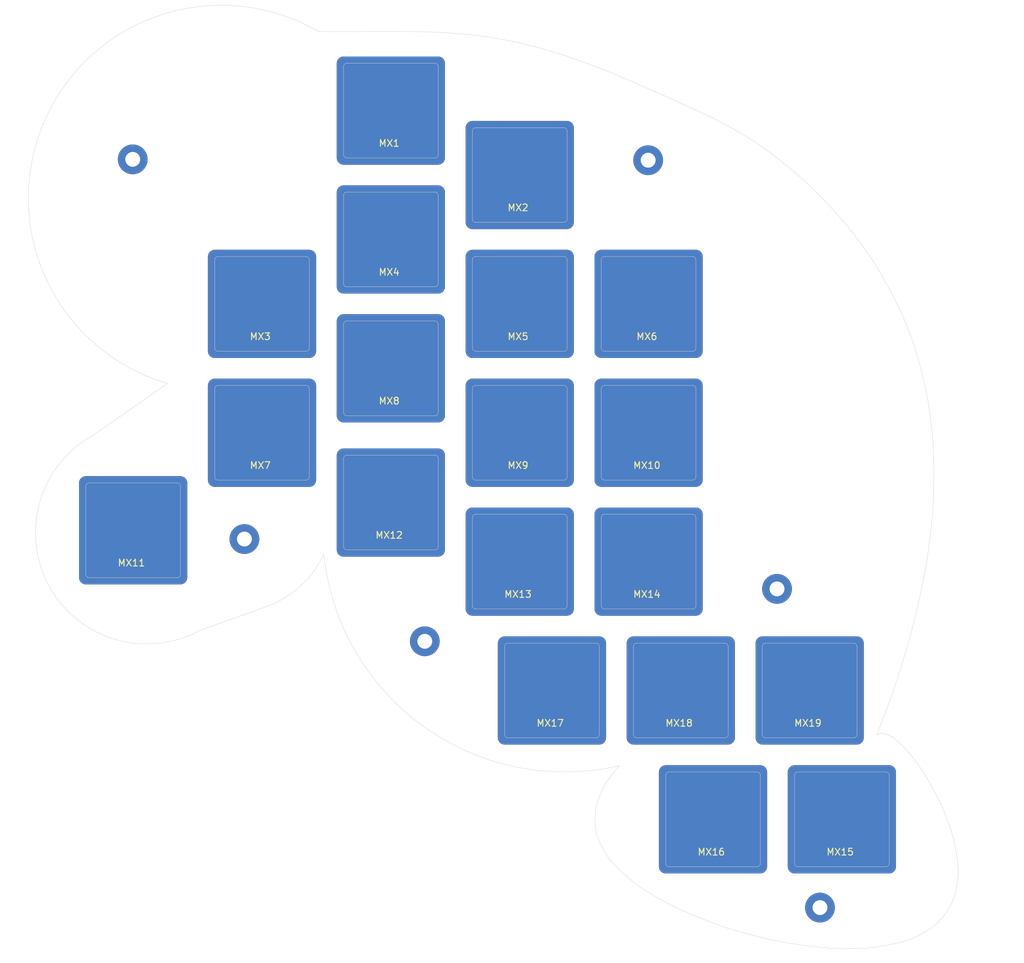
<source format=kicad_pcb>
(kicad_pcb (version 20171130) (host pcbnew "(5.1.4-0)")

  (general
    (thickness 1.6)
    (drawings 141)
    (tracks 0)
    (zones 0)
    (modules 25)
    (nets 7)
  )

  (page A4)
  (layers
    (0 F.Cu signal)
    (31 B.Cu signal)
    (32 B.Adhes user)
    (33 F.Adhes user)
    (34 B.Paste user)
    (35 F.Paste user)
    (36 B.SilkS user)
    (37 F.SilkS user)
    (38 B.Mask user)
    (39 F.Mask user)
    (40 Dwgs.User user)
    (41 Cmts.User user)
    (42 Eco1.User user)
    (43 Eco2.User user)
    (44 Edge.Cuts user)
    (45 Margin user)
    (46 B.CrtYd user)
    (47 F.CrtYd user)
    (48 B.Fab user)
    (49 F.Fab user)
  )

  (setup
    (last_trace_width 0.25)
    (trace_clearance 0.2)
    (zone_clearance 0.508)
    (zone_45_only no)
    (trace_min 0.2)
    (via_size 0.8)
    (via_drill 0.4)
    (via_min_size 0.4)
    (via_min_drill 0.3)
    (uvia_size 0.3)
    (uvia_drill 0.1)
    (uvias_allowed no)
    (uvia_min_size 0.2)
    (uvia_min_drill 0.1)
    (edge_width 0.05)
    (segment_width 0.2)
    (pcb_text_width 0.3)
    (pcb_text_size 1.5 1.5)
    (mod_edge_width 0.12)
    (mod_text_size 1 1)
    (mod_text_width 0.15)
    (pad_size 1.524 1.524)
    (pad_drill 0.762)
    (pad_to_mask_clearance 0.051)
    (solder_mask_min_width 0.25)
    (aux_axis_origin 0 0)
    (visible_elements FFFFFF7F)
    (pcbplotparams
      (layerselection 0x010f0_ffffffff)
      (usegerberextensions true)
      (usegerberattributes false)
      (usegerberadvancedattributes false)
      (creategerberjobfile false)
      (excludeedgelayer true)
      (linewidth 0.100000)
      (plotframeref false)
      (viasonmask false)
      (mode 1)
      (useauxorigin false)
      (hpglpennumber 1)
      (hpglpenspeed 20)
      (hpglpendiameter 15.000000)
      (psnegative false)
      (psa4output false)
      (plotreference true)
      (plotvalue true)
      (plotinvisibletext false)
      (padsonsilk false)
      (subtractmaskfromsilk true)
      (outputformat 1)
      (mirror false)
      (drillshape 0)
      (scaleselection 1)
      (outputdirectory "switch_plate_gerbers/"))
  )

  (net 0 "")
  (net 1 GND)
  (net 2 COL0)
  (net 3 COL1)
  (net 4 COL2)
  (net 5 COL3)
  (net 6 COL4)

  (net_class Default "This is the default net class."
    (clearance 0.2)
    (trace_width 0.25)
    (via_dia 0.8)
    (via_drill 0.4)
    (uvia_dia 0.3)
    (uvia_drill 0.1)
    (add_net COL0)
    (add_net COL1)
    (add_net COL2)
    (add_net COL3)
    (add_net COL4)
  )

  (module Keybage_MX_Cutout:MX_Cutout_1u (layer F.Cu) (tedit 5F0566A3) (tstamp 6020B72B)
    (at 108.585 113.44275)
    (path /6029AC78)
    (fp_text reference MX18 (at -0.254 4.826) (layer F.SilkS)
      (effects (font (size 1 1) (thickness 0.15)))
    )
    (fp_text value MX-NoLED (at -0.254 -8.128) (layer F.Fab)
      (effects (font (size 1 1) (thickness 0.15)))
    )
    (fp_text user REF** (at 0 3.048) (layer Dwgs.User)
      (effects (font (size 1 1) (thickness 0.15)))
    )
    (fp_line (start 9.525 -9.525) (end 9.525 9.525) (layer Dwgs.User) (width 0.15))
    (fp_line (start 9.525 9.525) (end -9.525 9.525) (layer Dwgs.User) (width 0.15))
    (fp_line (start -9.525 9.525) (end -9.525 -9.525) (layer Dwgs.User) (width 0.15))
    (fp_line (start -9.525 -9.525) (end 9.525 -9.525) (layer Dwgs.User) (width 0.15))
    (fp_line (start 6.5 -7) (end -6.5 -7) (layer Edge.Cuts) (width 0.05))
    (fp_line (start -7 -6.5) (end -7 6.5) (layer Edge.Cuts) (width 0.05))
    (fp_line (start -6.5 7) (end 6.5 7) (layer Edge.Cuts) (width 0.05))
    (fp_line (start 7 6.5) (end 7 -6.5) (layer Edge.Cuts) (width 0.05))
    (fp_arc (start 6.5 -6.5) (end 7 -6.5) (angle -90) (layer Edge.Cuts) (width 0.05))
    (fp_arc (start -6.5 -6.5) (end -6.5 -7) (angle -90) (layer Edge.Cuts) (width 0.05))
    (fp_arc (start -6.5 6.5) (end -7 6.5) (angle -90) (layer Edge.Cuts) (width 0.05))
    (fp_arc (start 6.5 6.5) (end 6.5 7) (angle -90) (layer Edge.Cuts) (width 0.05))
    (pad 1 smd roundrect (at 0 0 180) (size 16 16) (layers F.Cu F.Mask) (roundrect_rratio 0.063))
    (pad 1 smd roundrect (at 0 0 180) (size 16 16) (layers B.Cu B.Mask) (roundrect_rratio 0.063))
  )

  (module Keybage_MX_Cutout:MX_Cutout_1u (layer F.Cu) (tedit 5F0566A3) (tstamp 601CE7FE)
    (at 127.635 113.44275)
    (path /6029D65F)
    (fp_text reference MX19 (at -0.254 4.826) (layer F.SilkS)
      (effects (font (size 1 1) (thickness 0.15)))
    )
    (fp_text value MX-NoLED (at -0.254 -8.128) (layer F.Fab)
      (effects (font (size 1 1) (thickness 0.15)))
    )
    (fp_arc (start 6.5 6.5) (end 6.5 7) (angle -90) (layer Edge.Cuts) (width 0.05))
    (fp_arc (start -6.5 6.5) (end -7 6.5) (angle -90) (layer Edge.Cuts) (width 0.05))
    (fp_arc (start -6.5 -6.5) (end -6.5 -7) (angle -90) (layer Edge.Cuts) (width 0.05))
    (fp_arc (start 6.5 -6.5) (end 7 -6.5) (angle -90) (layer Edge.Cuts) (width 0.05))
    (fp_line (start 7 6.5) (end 7 -6.5) (layer Edge.Cuts) (width 0.05))
    (fp_line (start -6.5 7) (end 6.5 7) (layer Edge.Cuts) (width 0.05))
    (fp_line (start -7 -6.5) (end -7 6.5) (layer Edge.Cuts) (width 0.05))
    (fp_line (start 6.5 -7) (end -6.5 -7) (layer Edge.Cuts) (width 0.05))
    (fp_line (start -9.525 -9.525) (end 9.525 -9.525) (layer Dwgs.User) (width 0.15))
    (fp_line (start -9.525 9.525) (end -9.525 -9.525) (layer Dwgs.User) (width 0.15))
    (fp_line (start 9.525 9.525) (end -9.525 9.525) (layer Dwgs.User) (width 0.15))
    (fp_line (start 9.525 -9.525) (end 9.525 9.525) (layer Dwgs.User) (width 0.15))
    (fp_text user REF** (at 0 3.048) (layer Dwgs.User)
      (effects (font (size 1 1) (thickness 0.15)))
    )
    (pad 1 smd roundrect (at 0 0 180) (size 16 16) (layers B.Cu B.Mask) (roundrect_rratio 0.063)
      (net 6 COL4))
    (pad 1 smd roundrect (at 0 0 180) (size 16 16) (layers F.Cu F.Mask) (roundrect_rratio 0.063)
      (net 6 COL4))
  )

  (module Keybage_MX_Cutout:MX_Cutout_1u (layer F.Cu) (tedit 5F0566A3) (tstamp 601CE7CC)
    (at 89.535 113.44275)
    (path /602986CA)
    (fp_text reference MX17 (at -0.254 4.826) (layer F.SilkS)
      (effects (font (size 1 1) (thickness 0.15)))
    )
    (fp_text value MX-NoLED (at -0.254 -8.128) (layer F.Fab)
      (effects (font (size 1 1) (thickness 0.15)))
    )
    (fp_arc (start 6.5 6.5) (end 6.5 7) (angle -90) (layer Edge.Cuts) (width 0.05))
    (fp_arc (start -6.5 6.5) (end -7 6.5) (angle -90) (layer Edge.Cuts) (width 0.05))
    (fp_arc (start -6.5 -6.5) (end -6.5 -7) (angle -90) (layer Edge.Cuts) (width 0.05))
    (fp_arc (start 6.5 -6.5) (end 7 -6.5) (angle -90) (layer Edge.Cuts) (width 0.05))
    (fp_line (start 7 6.5) (end 7 -6.5) (layer Edge.Cuts) (width 0.05))
    (fp_line (start -6.5 7) (end 6.5 7) (layer Edge.Cuts) (width 0.05))
    (fp_line (start -7 -6.5) (end -7 6.5) (layer Edge.Cuts) (width 0.05))
    (fp_line (start 6.5 -7) (end -6.5 -7) (layer Edge.Cuts) (width 0.05))
    (fp_line (start -9.525 -9.525) (end 9.525 -9.525) (layer Dwgs.User) (width 0.15))
    (fp_line (start -9.525 9.525) (end -9.525 -9.525) (layer Dwgs.User) (width 0.15))
    (fp_line (start 9.525 9.525) (end -9.525 9.525) (layer Dwgs.User) (width 0.15))
    (fp_line (start 9.525 -9.525) (end 9.525 9.525) (layer Dwgs.User) (width 0.15))
    (fp_text user REF** (at 0 3.048) (layer Dwgs.User)
      (effects (font (size 1 1) (thickness 0.15)))
    )
    (pad 1 smd roundrect (at 0 0 180) (size 16 16) (layers B.Cu B.Mask) (roundrect_rratio 0.063)
      (net 4 COL2))
    (pad 1 smd roundrect (at 0 0 180) (size 16 16) (layers F.Cu F.Mask) (roundrect_rratio 0.063)
      (net 4 COL2))
  )

  (module Keybage_MX_Cutout:MX_Cutout_1u (layer F.Cu) (tedit 5F0566A3) (tstamp 601CE7B3)
    (at 113.3475 132.49275)
    (path /602958F6)
    (fp_text reference MX16 (at -0.254 4.826) (layer F.SilkS)
      (effects (font (size 1 1) (thickness 0.15)))
    )
    (fp_text value MX-NoLED (at -0.254 -8.128) (layer F.Fab)
      (effects (font (size 1 1) (thickness 0.15)))
    )
    (fp_arc (start 6.5 6.5) (end 6.5 7) (angle -90) (layer Edge.Cuts) (width 0.05))
    (fp_arc (start -6.5 6.5) (end -7 6.5) (angle -90) (layer Edge.Cuts) (width 0.05))
    (fp_arc (start -6.5 -6.5) (end -6.5 -7) (angle -90) (layer Edge.Cuts) (width 0.05))
    (fp_arc (start 6.5 -6.5) (end 7 -6.5) (angle -90) (layer Edge.Cuts) (width 0.05))
    (fp_line (start 7 6.5) (end 7 -6.5) (layer Edge.Cuts) (width 0.05))
    (fp_line (start -6.5 7) (end 6.5 7) (layer Edge.Cuts) (width 0.05))
    (fp_line (start -7 -6.5) (end -7 6.5) (layer Edge.Cuts) (width 0.05))
    (fp_line (start 6.5 -7) (end -6.5 -7) (layer Edge.Cuts) (width 0.05))
    (fp_line (start -9.525 -9.525) (end 9.525 -9.525) (layer Dwgs.User) (width 0.15))
    (fp_line (start -9.525 9.525) (end -9.525 -9.525) (layer Dwgs.User) (width 0.15))
    (fp_line (start 9.525 9.525) (end -9.525 9.525) (layer Dwgs.User) (width 0.15))
    (fp_line (start 9.525 -9.525) (end 9.525 9.525) (layer Dwgs.User) (width 0.15))
    (fp_text user REF** (at 0 3.048) (layer Dwgs.User)
      (effects (font (size 1 1) (thickness 0.15)))
    )
    (pad 1 smd roundrect (at 0 0 180) (size 16 16) (layers B.Cu B.Mask) (roundrect_rratio 0.063)
      (net 3 COL1))
    (pad 1 smd roundrect (at 0 0 180) (size 16 16) (layers F.Cu F.Mask) (roundrect_rratio 0.063)
      (net 3 COL1))
  )

  (module Keybage_MX_Cutout:MX_Cutout_1u (layer F.Cu) (tedit 5F0566A3) (tstamp 601CE79A)
    (at 132.3975 132.49275)
    (path /6027434C)
    (fp_text reference MX15 (at -0.254 4.826) (layer F.SilkS)
      (effects (font (size 1 1) (thickness 0.15)))
    )
    (fp_text value MX-NoLED (at -0.254 -8.128) (layer F.Fab)
      (effects (font (size 1 1) (thickness 0.15)))
    )
    (fp_arc (start 6.5 6.5) (end 6.5 7) (angle -90) (layer Edge.Cuts) (width 0.05))
    (fp_arc (start -6.5 6.5) (end -7 6.5) (angle -90) (layer Edge.Cuts) (width 0.05))
    (fp_arc (start -6.5 -6.5) (end -6.5 -7) (angle -90) (layer Edge.Cuts) (width 0.05))
    (fp_arc (start 6.5 -6.5) (end 7 -6.5) (angle -90) (layer Edge.Cuts) (width 0.05))
    (fp_line (start 7 6.5) (end 7 -6.5) (layer Edge.Cuts) (width 0.05))
    (fp_line (start -6.5 7) (end 6.5 7) (layer Edge.Cuts) (width 0.05))
    (fp_line (start -7 -6.5) (end -7 6.5) (layer Edge.Cuts) (width 0.05))
    (fp_line (start 6.5 -7) (end -6.5 -7) (layer Edge.Cuts) (width 0.05))
    (fp_line (start -9.525 -9.525) (end 9.525 -9.525) (layer Dwgs.User) (width 0.15))
    (fp_line (start -9.525 9.525) (end -9.525 -9.525) (layer Dwgs.User) (width 0.15))
    (fp_line (start 9.525 9.525) (end -9.525 9.525) (layer Dwgs.User) (width 0.15))
    (fp_line (start 9.525 -9.525) (end 9.525 9.525) (layer Dwgs.User) (width 0.15))
    (fp_text user REF** (at 0 3.048) (layer Dwgs.User)
      (effects (font (size 1 1) (thickness 0.15)))
    )
    (pad 1 smd roundrect (at 0 0 180) (size 16 16) (layers B.Cu B.Mask) (roundrect_rratio 0.063)
      (net 2 COL0))
    (pad 1 smd roundrect (at 0 0 180) (size 16 16) (layers F.Cu F.Mask) (roundrect_rratio 0.063)
      (net 2 COL0))
  )

  (module Keybage_MX_Cutout:MX_Cutout_1u (layer F.Cu) (tedit 5F0566A3) (tstamp 601CE781)
    (at 103.8225 94.39275)
    (path /6026DBB5)
    (fp_text reference MX14 (at -0.254 4.826) (layer F.SilkS)
      (effects (font (size 1 1) (thickness 0.15)))
    )
    (fp_text value MX-NoLED (at -0.254 -8.128) (layer F.Fab)
      (effects (font (size 1 1) (thickness 0.15)))
    )
    (fp_arc (start 6.5 6.5) (end 6.5 7) (angle -90) (layer Edge.Cuts) (width 0.05))
    (fp_arc (start -6.5 6.5) (end -7 6.5) (angle -90) (layer Edge.Cuts) (width 0.05))
    (fp_arc (start -6.5 -6.5) (end -6.5 -7) (angle -90) (layer Edge.Cuts) (width 0.05))
    (fp_arc (start 6.5 -6.5) (end 7 -6.5) (angle -90) (layer Edge.Cuts) (width 0.05))
    (fp_line (start 7 6.5) (end 7 -6.5) (layer Edge.Cuts) (width 0.05))
    (fp_line (start -6.5 7) (end 6.5 7) (layer Edge.Cuts) (width 0.05))
    (fp_line (start -7 -6.5) (end -7 6.5) (layer Edge.Cuts) (width 0.05))
    (fp_line (start 6.5 -7) (end -6.5 -7) (layer Edge.Cuts) (width 0.05))
    (fp_line (start -9.525 -9.525) (end 9.525 -9.525) (layer Dwgs.User) (width 0.15))
    (fp_line (start -9.525 9.525) (end -9.525 -9.525) (layer Dwgs.User) (width 0.15))
    (fp_line (start 9.525 9.525) (end -9.525 9.525) (layer Dwgs.User) (width 0.15))
    (fp_line (start 9.525 -9.525) (end 9.525 9.525) (layer Dwgs.User) (width 0.15))
    (fp_text user REF** (at 0 3.048) (layer Dwgs.User)
      (effects (font (size 1 1) (thickness 0.15)))
    )
    (pad 1 smd roundrect (at 0 0 180) (size 16 16) (layers B.Cu B.Mask) (roundrect_rratio 0.063)
      (net 6 COL4))
    (pad 1 smd roundrect (at 0 0 180) (size 16 16) (layers F.Cu F.Mask) (roundrect_rratio 0.063)
      (net 6 COL4))
  )

  (module Keybage_MX_Cutout:MX_Cutout_1u (layer F.Cu) (tedit 5F0566A3) (tstamp 601CE768)
    (at 84.7725 94.39275)
    (path /6026BDFD)
    (fp_text reference MX13 (at -0.254 4.826) (layer F.SilkS)
      (effects (font (size 1 1) (thickness 0.15)))
    )
    (fp_text value MX-NoLED (at -0.254 -8.128) (layer F.Fab)
      (effects (font (size 1 1) (thickness 0.15)))
    )
    (fp_arc (start 6.5 6.5) (end 6.5 7) (angle -90) (layer Edge.Cuts) (width 0.05))
    (fp_arc (start -6.5 6.5) (end -7 6.5) (angle -90) (layer Edge.Cuts) (width 0.05))
    (fp_arc (start -6.5 -6.5) (end -6.5 -7) (angle -90) (layer Edge.Cuts) (width 0.05))
    (fp_arc (start 6.5 -6.5) (end 7 -6.5) (angle -90) (layer Edge.Cuts) (width 0.05))
    (fp_line (start 7 6.5) (end 7 -6.5) (layer Edge.Cuts) (width 0.05))
    (fp_line (start -6.5 7) (end 6.5 7) (layer Edge.Cuts) (width 0.05))
    (fp_line (start -7 -6.5) (end -7 6.5) (layer Edge.Cuts) (width 0.05))
    (fp_line (start 6.5 -7) (end -6.5 -7) (layer Edge.Cuts) (width 0.05))
    (fp_line (start -9.525 -9.525) (end 9.525 -9.525) (layer Dwgs.User) (width 0.15))
    (fp_line (start -9.525 9.525) (end -9.525 -9.525) (layer Dwgs.User) (width 0.15))
    (fp_line (start 9.525 9.525) (end -9.525 9.525) (layer Dwgs.User) (width 0.15))
    (fp_line (start 9.525 -9.525) (end 9.525 9.525) (layer Dwgs.User) (width 0.15))
    (fp_text user REF** (at 0 3.048) (layer Dwgs.User)
      (effects (font (size 1 1) (thickness 0.15)))
    )
    (pad 1 smd roundrect (at 0 0 180) (size 16 16) (layers B.Cu B.Mask) (roundrect_rratio 0.063)
      (net 5 COL3))
    (pad 1 smd roundrect (at 0 0 180) (size 16 16) (layers F.Cu F.Mask) (roundrect_rratio 0.063)
      (net 5 COL3))
  )

  (module Keybage_MX_Cutout:MX_Cutout_1u (layer F.Cu) (tedit 5F0566A3) (tstamp 601CE74F)
    (at 65.7225 85.6615)
    (path /6026A0FA)
    (fp_text reference MX12 (at -0.254 4.826) (layer F.SilkS)
      (effects (font (size 1 1) (thickness 0.15)))
    )
    (fp_text value MX-NoLED (at -0.254 -8.128) (layer F.Fab)
      (effects (font (size 1 1) (thickness 0.15)))
    )
    (fp_arc (start 6.5 6.5) (end 6.5 7) (angle -90) (layer Edge.Cuts) (width 0.05))
    (fp_arc (start -6.5 6.5) (end -7 6.5) (angle -90) (layer Edge.Cuts) (width 0.05))
    (fp_arc (start -6.5 -6.5) (end -6.5 -7) (angle -90) (layer Edge.Cuts) (width 0.05))
    (fp_arc (start 6.5 -6.5) (end 7 -6.5) (angle -90) (layer Edge.Cuts) (width 0.05))
    (fp_line (start 7 6.5) (end 7 -6.5) (layer Edge.Cuts) (width 0.05))
    (fp_line (start -6.5 7) (end 6.5 7) (layer Edge.Cuts) (width 0.05))
    (fp_line (start -7 -6.5) (end -7 6.5) (layer Edge.Cuts) (width 0.05))
    (fp_line (start 6.5 -7) (end -6.5 -7) (layer Edge.Cuts) (width 0.05))
    (fp_line (start -9.525 -9.525) (end 9.525 -9.525) (layer Dwgs.User) (width 0.15))
    (fp_line (start -9.525 9.525) (end -9.525 -9.525) (layer Dwgs.User) (width 0.15))
    (fp_line (start 9.525 9.525) (end -9.525 9.525) (layer Dwgs.User) (width 0.15))
    (fp_line (start 9.525 -9.525) (end 9.525 9.525) (layer Dwgs.User) (width 0.15))
    (fp_text user REF** (at 0 3.048) (layer Dwgs.User)
      (effects (font (size 1 1) (thickness 0.15)))
    )
    (pad 1 smd roundrect (at 0 0 180) (size 16 16) (layers B.Cu B.Mask) (roundrect_rratio 0.063)
      (net 4 COL2))
    (pad 1 smd roundrect (at 0 0 180) (size 16 16) (layers F.Cu F.Mask) (roundrect_rratio 0.063)
      (net 4 COL2))
  )

  (module Keybage_MX_Cutout:MX_Cutout_1u (layer F.Cu) (tedit 5F0566A3) (tstamp 601CE736)
    (at 27.6225 89.75725)
    (path /60261E43)
    (fp_text reference MX11 (at -0.254 4.826) (layer F.SilkS)
      (effects (font (size 1 1) (thickness 0.15)))
    )
    (fp_text value MX-NoLED (at -0.254 -8.128) (layer F.Fab)
      (effects (font (size 1 1) (thickness 0.15)))
    )
    (fp_arc (start 6.5 6.5) (end 6.5 7) (angle -90) (layer Edge.Cuts) (width 0.05))
    (fp_arc (start -6.5 6.5) (end -7 6.5) (angle -90) (layer Edge.Cuts) (width 0.05))
    (fp_arc (start -6.5 -6.5) (end -6.5 -7) (angle -90) (layer Edge.Cuts) (width 0.05))
    (fp_arc (start 6.5 -6.5) (end 7 -6.5) (angle -90) (layer Edge.Cuts) (width 0.05))
    (fp_line (start 7 6.5) (end 7 -6.5) (layer Edge.Cuts) (width 0.05))
    (fp_line (start -6.5 7) (end 6.5 7) (layer Edge.Cuts) (width 0.05))
    (fp_line (start -7 -6.5) (end -7 6.5) (layer Edge.Cuts) (width 0.05))
    (fp_line (start 6.5 -7) (end -6.5 -7) (layer Edge.Cuts) (width 0.05))
    (fp_line (start -9.525 -9.525) (end 9.525 -9.525) (layer Dwgs.User) (width 0.15))
    (fp_line (start -9.525 9.525) (end -9.525 -9.525) (layer Dwgs.User) (width 0.15))
    (fp_line (start 9.525 9.525) (end -9.525 9.525) (layer Dwgs.User) (width 0.15))
    (fp_line (start 9.525 -9.525) (end 9.525 9.525) (layer Dwgs.User) (width 0.15))
    (fp_text user REF** (at 0 3.048) (layer Dwgs.User)
      (effects (font (size 1 1) (thickness 0.15)))
    )
    (pad 1 smd roundrect (at 0 0 180) (size 16 16) (layers B.Cu B.Mask) (roundrect_rratio 0.063)
      (net 2 COL0))
    (pad 1 smd roundrect (at 0 0 180) (size 16 16) (layers F.Cu F.Mask) (roundrect_rratio 0.063)
      (net 2 COL0))
  )

  (module Keybage_MX_Cutout:MX_Cutout_1u (layer F.Cu) (tedit 5F0566A3) (tstamp 601CE71D)
    (at 103.8225 75.34275)
    (path /6025FB32)
    (fp_text reference MX10 (at -0.254 4.826) (layer F.SilkS)
      (effects (font (size 1 1) (thickness 0.15)))
    )
    (fp_text value MX-NoLED (at -0.254 -8.128) (layer F.Fab)
      (effects (font (size 1 1) (thickness 0.15)))
    )
    (fp_arc (start 6.5 6.5) (end 6.5 7) (angle -90) (layer Edge.Cuts) (width 0.05))
    (fp_arc (start -6.5 6.5) (end -7 6.5) (angle -90) (layer Edge.Cuts) (width 0.05))
    (fp_arc (start -6.5 -6.5) (end -6.5 -7) (angle -90) (layer Edge.Cuts) (width 0.05))
    (fp_arc (start 6.5 -6.5) (end 7 -6.5) (angle -90) (layer Edge.Cuts) (width 0.05))
    (fp_line (start 7 6.5) (end 7 -6.5) (layer Edge.Cuts) (width 0.05))
    (fp_line (start -6.5 7) (end 6.5 7) (layer Edge.Cuts) (width 0.05))
    (fp_line (start -7 -6.5) (end -7 6.5) (layer Edge.Cuts) (width 0.05))
    (fp_line (start 6.5 -7) (end -6.5 -7) (layer Edge.Cuts) (width 0.05))
    (fp_line (start -9.525 -9.525) (end 9.525 -9.525) (layer Dwgs.User) (width 0.15))
    (fp_line (start -9.525 9.525) (end -9.525 -9.525) (layer Dwgs.User) (width 0.15))
    (fp_line (start 9.525 9.525) (end -9.525 9.525) (layer Dwgs.User) (width 0.15))
    (fp_line (start 9.525 -9.525) (end 9.525 9.525) (layer Dwgs.User) (width 0.15))
    (fp_text user REF** (at 0 3.048) (layer Dwgs.User)
      (effects (font (size 1 1) (thickness 0.15)))
    )
    (pad 1 smd roundrect (at 0 0 180) (size 16 16) (layers B.Cu B.Mask) (roundrect_rratio 0.063)
      (net 6 COL4))
    (pad 1 smd roundrect (at 0 0 180) (size 16 16) (layers F.Cu F.Mask) (roundrect_rratio 0.063)
      (net 6 COL4))
  )

  (module Keybage_MX_Cutout:MX_Cutout_1u (layer F.Cu) (tedit 5F0566A3) (tstamp 601FAB52)
    (at 84.7725 75.34275)
    (path /6025DBD4)
    (fp_text reference MX9 (at -0.254 4.826) (layer F.SilkS)
      (effects (font (size 1 1) (thickness 0.15)))
    )
    (fp_text value MX-NoLED (at -0.254 -8.128) (layer F.Fab)
      (effects (font (size 1 1) (thickness 0.15)))
    )
    (fp_arc (start 6.5 6.5) (end 6.5 7) (angle -90) (layer Edge.Cuts) (width 0.05))
    (fp_arc (start -6.5 6.5) (end -7 6.5) (angle -90) (layer Edge.Cuts) (width 0.05))
    (fp_arc (start -6.5 -6.5) (end -6.5 -7) (angle -90) (layer Edge.Cuts) (width 0.05))
    (fp_arc (start 6.5 -6.5) (end 7 -6.5) (angle -90) (layer Edge.Cuts) (width 0.05))
    (fp_line (start 7 6.5) (end 7 -6.5) (layer Edge.Cuts) (width 0.05))
    (fp_line (start -6.5 7) (end 6.5 7) (layer Edge.Cuts) (width 0.05))
    (fp_line (start -7 -6.5) (end -7 6.5) (layer Edge.Cuts) (width 0.05))
    (fp_line (start 6.5 -7) (end -6.5 -7) (layer Edge.Cuts) (width 0.05))
    (fp_line (start -9.525 -9.525) (end 9.525 -9.525) (layer Dwgs.User) (width 0.15))
    (fp_line (start -9.525 9.525) (end -9.525 -9.525) (layer Dwgs.User) (width 0.15))
    (fp_line (start 9.525 9.525) (end -9.525 9.525) (layer Dwgs.User) (width 0.15))
    (fp_line (start 9.525 -9.525) (end 9.525 9.525) (layer Dwgs.User) (width 0.15))
    (fp_text user REF** (at 0 3.048) (layer Dwgs.User)
      (effects (font (size 1 1) (thickness 0.15)))
    )
    (pad 1 smd roundrect (at 0 0 180) (size 16 16) (layers B.Cu B.Mask) (roundrect_rratio 0.063)
      (net 5 COL3))
    (pad 1 smd roundrect (at 0 0 180) (size 16 16) (layers F.Cu F.Mask) (roundrect_rratio 0.063)
      (net 5 COL3))
  )

  (module Keybage_MX_Cutout:MX_Cutout_1u (layer F.Cu) (tedit 5F0566A3) (tstamp 601FB59F)
    (at 65.7225 65.81775)
    (path /6025BD7E)
    (fp_text reference MX8 (at -0.254 4.826) (layer F.SilkS)
      (effects (font (size 1 1) (thickness 0.15)))
    )
    (fp_text value MX-NoLED (at -0.254 -8.128) (layer F.Fab)
      (effects (font (size 1 1) (thickness 0.15)))
    )
    (fp_arc (start 6.5 6.5) (end 6.5 7) (angle -90) (layer Edge.Cuts) (width 0.05))
    (fp_arc (start -6.5 6.5) (end -7 6.5) (angle -90) (layer Edge.Cuts) (width 0.05))
    (fp_arc (start -6.5 -6.5) (end -6.5 -7) (angle -90) (layer Edge.Cuts) (width 0.05))
    (fp_arc (start 6.5 -6.5) (end 7 -6.5) (angle -90) (layer Edge.Cuts) (width 0.05))
    (fp_line (start 7 6.5) (end 7 -6.5) (layer Edge.Cuts) (width 0.05))
    (fp_line (start -6.5 7) (end 6.5 7) (layer Edge.Cuts) (width 0.05))
    (fp_line (start -7 -6.5) (end -7 6.5) (layer Edge.Cuts) (width 0.05))
    (fp_line (start 6.5 -7) (end -6.5 -7) (layer Edge.Cuts) (width 0.05))
    (fp_line (start -9.525 -9.525) (end 9.525 -9.525) (layer Dwgs.User) (width 0.15))
    (fp_line (start -9.525 9.525) (end -9.525 -9.525) (layer Dwgs.User) (width 0.15))
    (fp_line (start 9.525 9.525) (end -9.525 9.525) (layer Dwgs.User) (width 0.15))
    (fp_line (start 9.525 -9.525) (end 9.525 9.525) (layer Dwgs.User) (width 0.15))
    (fp_text user REF** (at 0 3.048) (layer Dwgs.User)
      (effects (font (size 1 1) (thickness 0.15)))
    )
    (pad 1 smd roundrect (at 0 0 180) (size 16 16) (layers B.Cu B.Mask) (roundrect_rratio 0.063)
      (net 4 COL2))
    (pad 1 smd roundrect (at 0 0 180) (size 16 16) (layers F.Cu F.Mask) (roundrect_rratio 0.063)
      (net 4 COL2))
  )

  (module Keybage_MX_Cutout:MX_Cutout_1u (layer F.Cu) (tedit 5F0566A3) (tstamp 601CE6D2)
    (at 46.6725 75.34275)
    (path /6025A254)
    (fp_text reference MX7 (at -0.254 4.826) (layer F.SilkS)
      (effects (font (size 1 1) (thickness 0.15)))
    )
    (fp_text value MX-NoLED (at -0.254 -8.128) (layer F.Fab)
      (effects (font (size 1 1) (thickness 0.15)))
    )
    (fp_arc (start 6.5 6.5) (end 6.5 7) (angle -90) (layer Edge.Cuts) (width 0.05))
    (fp_arc (start -6.5 6.5) (end -7 6.5) (angle -90) (layer Edge.Cuts) (width 0.05))
    (fp_arc (start -6.5 -6.5) (end -6.5 -7) (angle -90) (layer Edge.Cuts) (width 0.05))
    (fp_arc (start 6.5 -6.5) (end 7 -6.5) (angle -90) (layer Edge.Cuts) (width 0.05))
    (fp_line (start 7 6.5) (end 7 -6.5) (layer Edge.Cuts) (width 0.05))
    (fp_line (start -6.5 7) (end 6.5 7) (layer Edge.Cuts) (width 0.05))
    (fp_line (start -7 -6.5) (end -7 6.5) (layer Edge.Cuts) (width 0.05))
    (fp_line (start 6.5 -7) (end -6.5 -7) (layer Edge.Cuts) (width 0.05))
    (fp_line (start -9.525 -9.525) (end 9.525 -9.525) (layer Dwgs.User) (width 0.15))
    (fp_line (start -9.525 9.525) (end -9.525 -9.525) (layer Dwgs.User) (width 0.15))
    (fp_line (start 9.525 9.525) (end -9.525 9.525) (layer Dwgs.User) (width 0.15))
    (fp_line (start 9.525 -9.525) (end 9.525 9.525) (layer Dwgs.User) (width 0.15))
    (fp_text user REF** (at 0 3.048) (layer Dwgs.User)
      (effects (font (size 1 1) (thickness 0.15)))
    )
    (pad 1 smd roundrect (at 0 0 180) (size 16 16) (layers B.Cu B.Mask) (roundrect_rratio 0.063)
      (net 3 COL1))
    (pad 1 smd roundrect (at 0 0 180) (size 16 16) (layers F.Cu F.Mask) (roundrect_rratio 0.063)
      (net 3 COL1))
  )

  (module Keybage_MX_Cutout:MX_Cutout_1u (layer F.Cu) (tedit 5F0566A3) (tstamp 601CE6B9)
    (at 103.8225 56.29275)
    (path /6024A250)
    (fp_text reference MX6 (at -0.254 4.826) (layer F.SilkS)
      (effects (font (size 1 1) (thickness 0.15)))
    )
    (fp_text value MX-NoLED (at -0.254 -8.128) (layer F.Fab)
      (effects (font (size 1 1) (thickness 0.15)))
    )
    (fp_arc (start 6.5 6.5) (end 6.5 7) (angle -90) (layer Edge.Cuts) (width 0.05))
    (fp_arc (start -6.5 6.5) (end -7 6.5) (angle -90) (layer Edge.Cuts) (width 0.05))
    (fp_arc (start -6.5 -6.5) (end -6.5 -7) (angle -90) (layer Edge.Cuts) (width 0.05))
    (fp_arc (start 6.5 -6.5) (end 7 -6.5) (angle -90) (layer Edge.Cuts) (width 0.05))
    (fp_line (start 7 6.5) (end 7 -6.5) (layer Edge.Cuts) (width 0.05))
    (fp_line (start -6.5 7) (end 6.5 7) (layer Edge.Cuts) (width 0.05))
    (fp_line (start -7 -6.5) (end -7 6.5) (layer Edge.Cuts) (width 0.05))
    (fp_line (start 6.5 -7) (end -6.5 -7) (layer Edge.Cuts) (width 0.05))
    (fp_line (start -9.525 -9.525) (end 9.525 -9.525) (layer Dwgs.User) (width 0.15))
    (fp_line (start -9.525 9.525) (end -9.525 -9.525) (layer Dwgs.User) (width 0.15))
    (fp_line (start 9.525 9.525) (end -9.525 9.525) (layer Dwgs.User) (width 0.15))
    (fp_line (start 9.525 -9.525) (end 9.525 9.525) (layer Dwgs.User) (width 0.15))
    (fp_text user REF** (at 0 3.048) (layer Dwgs.User)
      (effects (font (size 1 1) (thickness 0.15)))
    )
    (pad 1 smd roundrect (at 0 0 180) (size 16 16) (layers B.Cu B.Mask) (roundrect_rratio 0.063)
      (net 6 COL4))
    (pad 1 smd roundrect (at 0 0 180) (size 16 16) (layers F.Cu F.Mask) (roundrect_rratio 0.063)
      (net 6 COL4))
  )

  (module Keybage_MX_Cutout:MX_Cutout_1u (layer F.Cu) (tedit 5F0566A3) (tstamp 601CE6A0)
    (at 84.7725 56.29275)
    (path /60248C54)
    (fp_text reference MX5 (at -0.254 4.826) (layer F.SilkS)
      (effects (font (size 1 1) (thickness 0.15)))
    )
    (fp_text value MX-NoLED (at -0.254 -8.128) (layer F.Fab)
      (effects (font (size 1 1) (thickness 0.15)))
    )
    (fp_arc (start 6.5 6.5) (end 6.5 7) (angle -90) (layer Edge.Cuts) (width 0.05))
    (fp_arc (start -6.5 6.5) (end -7 6.5) (angle -90) (layer Edge.Cuts) (width 0.05))
    (fp_arc (start -6.5 -6.5) (end -6.5 -7) (angle -90) (layer Edge.Cuts) (width 0.05))
    (fp_arc (start 6.5 -6.5) (end 7 -6.5) (angle -90) (layer Edge.Cuts) (width 0.05))
    (fp_line (start 7 6.5) (end 7 -6.5) (layer Edge.Cuts) (width 0.05))
    (fp_line (start -6.5 7) (end 6.5 7) (layer Edge.Cuts) (width 0.05))
    (fp_line (start -7 -6.5) (end -7 6.5) (layer Edge.Cuts) (width 0.05))
    (fp_line (start 6.5 -7) (end -6.5 -7) (layer Edge.Cuts) (width 0.05))
    (fp_line (start -9.525 -9.525) (end 9.525 -9.525) (layer Dwgs.User) (width 0.15))
    (fp_line (start -9.525 9.525) (end -9.525 -9.525) (layer Dwgs.User) (width 0.15))
    (fp_line (start 9.525 9.525) (end -9.525 9.525) (layer Dwgs.User) (width 0.15))
    (fp_line (start 9.525 -9.525) (end 9.525 9.525) (layer Dwgs.User) (width 0.15))
    (fp_text user REF** (at 0 3.048) (layer Dwgs.User)
      (effects (font (size 1 1) (thickness 0.15)))
    )
    (pad 1 smd roundrect (at 0 0 180) (size 16 16) (layers B.Cu B.Mask) (roundrect_rratio 0.063)
      (net 5 COL3))
    (pad 1 smd roundrect (at 0 0 180) (size 16 16) (layers F.Cu F.Mask) (roundrect_rratio 0.063)
      (net 5 COL3))
  )

  (module Keybage_MX_Cutout:MX_Cutout_1u (layer F.Cu) (tedit 5F0566A3) (tstamp 601CF00F)
    (at 65.7225 46.76775)
    (path /602477C7)
    (fp_text reference MX4 (at -0.254 4.826) (layer F.SilkS)
      (effects (font (size 1 1) (thickness 0.15)))
    )
    (fp_text value MX-NoLED (at -0.254 -8.128) (layer F.Fab)
      (effects (font (size 1 1) (thickness 0.15)))
    )
    (fp_arc (start 6.5 6.5) (end 6.5 7) (angle -90) (layer Edge.Cuts) (width 0.05))
    (fp_arc (start -6.5 6.5) (end -7 6.5) (angle -90) (layer Edge.Cuts) (width 0.05))
    (fp_arc (start -6.5 -6.5) (end -6.5 -7) (angle -90) (layer Edge.Cuts) (width 0.05))
    (fp_arc (start 6.5 -6.5) (end 7 -6.5) (angle -90) (layer Edge.Cuts) (width 0.05))
    (fp_line (start 7 6.5) (end 7 -6.5) (layer Edge.Cuts) (width 0.05))
    (fp_line (start -6.5 7) (end 6.5 7) (layer Edge.Cuts) (width 0.05))
    (fp_line (start -7 -6.5) (end -7 6.5) (layer Edge.Cuts) (width 0.05))
    (fp_line (start 6.5 -7) (end -6.5 -7) (layer Edge.Cuts) (width 0.05))
    (fp_line (start -9.525 -9.525) (end 9.525 -9.525) (layer Dwgs.User) (width 0.15))
    (fp_line (start -9.525 9.525) (end -9.525 -9.525) (layer Dwgs.User) (width 0.15))
    (fp_line (start 9.525 9.525) (end -9.525 9.525) (layer Dwgs.User) (width 0.15))
    (fp_line (start 9.525 -9.525) (end 9.525 9.525) (layer Dwgs.User) (width 0.15))
    (fp_text user REF** (at 0 3.048) (layer Dwgs.User)
      (effects (font (size 1 1) (thickness 0.15)))
    )
    (pad 1 smd roundrect (at 0 0 180) (size 16 16) (layers B.Cu B.Mask) (roundrect_rratio 0.063)
      (net 4 COL2))
    (pad 1 smd roundrect (at 0 0 180) (size 16 16) (layers F.Cu F.Mask) (roundrect_rratio 0.063)
      (net 4 COL2))
  )

  (module Keybage_MX_Cutout:MX_Cutout_1u (layer F.Cu) (tedit 5F0566A3) (tstamp 601CE66E)
    (at 46.6725 56.29275)
    (path /6024180E)
    (fp_text reference MX3 (at -0.254 4.826) (layer F.SilkS)
      (effects (font (size 1 1) (thickness 0.15)))
    )
    (fp_text value MX-NoLED (at -0.254 -8.128) (layer F.Fab)
      (effects (font (size 1 1) (thickness 0.15)))
    )
    (fp_arc (start 6.5 6.5) (end 6.5 7) (angle -90) (layer Edge.Cuts) (width 0.05))
    (fp_arc (start -6.5 6.5) (end -7 6.5) (angle -90) (layer Edge.Cuts) (width 0.05))
    (fp_arc (start -6.5 -6.5) (end -6.5 -7) (angle -90) (layer Edge.Cuts) (width 0.05))
    (fp_arc (start 6.5 -6.5) (end 7 -6.5) (angle -90) (layer Edge.Cuts) (width 0.05))
    (fp_line (start 7 6.5) (end 7 -6.5) (layer Edge.Cuts) (width 0.05))
    (fp_line (start -6.5 7) (end 6.5 7) (layer Edge.Cuts) (width 0.05))
    (fp_line (start -7 -6.5) (end -7 6.5) (layer Edge.Cuts) (width 0.05))
    (fp_line (start 6.5 -7) (end -6.5 -7) (layer Edge.Cuts) (width 0.05))
    (fp_line (start -9.525 -9.525) (end 9.525 -9.525) (layer Dwgs.User) (width 0.15))
    (fp_line (start -9.525 9.525) (end -9.525 -9.525) (layer Dwgs.User) (width 0.15))
    (fp_line (start 9.525 9.525) (end -9.525 9.525) (layer Dwgs.User) (width 0.15))
    (fp_line (start 9.525 -9.525) (end 9.525 9.525) (layer Dwgs.User) (width 0.15))
    (fp_text user REF** (at 0 3.048) (layer Dwgs.User)
      (effects (font (size 1 1) (thickness 0.15)))
    )
    (pad 1 smd roundrect (at 0 0 180) (size 16 16) (layers B.Cu B.Mask) (roundrect_rratio 0.063)
      (net 3 COL1))
    (pad 1 smd roundrect (at 0 0 180) (size 16 16) (layers F.Cu F.Mask) (roundrect_rratio 0.063)
      (net 3 COL1))
  )

  (module Keybage_MX_Cutout:MX_Cutout_1u (layer F.Cu) (tedit 5F0566A3) (tstamp 601CE655)
    (at 84.7725 37.24275)
    (path /6023EA95)
    (fp_text reference MX2 (at -0.254 4.826) (layer F.SilkS)
      (effects (font (size 1 1) (thickness 0.15)))
    )
    (fp_text value MX-NoLED (at -0.254 -8.128) (layer F.Fab)
      (effects (font (size 1 1) (thickness 0.15)))
    )
    (fp_arc (start 6.5 6.5) (end 6.5 7) (angle -90) (layer Edge.Cuts) (width 0.05))
    (fp_arc (start -6.5 6.5) (end -7 6.5) (angle -90) (layer Edge.Cuts) (width 0.05))
    (fp_arc (start -6.5 -6.5) (end -6.5 -7) (angle -90) (layer Edge.Cuts) (width 0.05))
    (fp_arc (start 6.5 -6.5) (end 7 -6.5) (angle -90) (layer Edge.Cuts) (width 0.05))
    (fp_line (start 7 6.5) (end 7 -6.5) (layer Edge.Cuts) (width 0.05))
    (fp_line (start -6.5 7) (end 6.5 7) (layer Edge.Cuts) (width 0.05))
    (fp_line (start -7 -6.5) (end -7 6.5) (layer Edge.Cuts) (width 0.05))
    (fp_line (start 6.5 -7) (end -6.5 -7) (layer Edge.Cuts) (width 0.05))
    (fp_line (start -9.525 -9.525) (end 9.525 -9.525) (layer Dwgs.User) (width 0.15))
    (fp_line (start -9.525 9.525) (end -9.525 -9.525) (layer Dwgs.User) (width 0.15))
    (fp_line (start 9.525 9.525) (end -9.525 9.525) (layer Dwgs.User) (width 0.15))
    (fp_line (start 9.525 -9.525) (end 9.525 9.525) (layer Dwgs.User) (width 0.15))
    (fp_text user REF** (at 0 3.048) (layer Dwgs.User)
      (effects (font (size 1 1) (thickness 0.15)))
    )
    (pad 1 smd roundrect (at 0 0 180) (size 16 16) (layers B.Cu B.Mask) (roundrect_rratio 0.063)
      (net 5 COL3))
    (pad 1 smd roundrect (at 0 0 180) (size 16 16) (layers F.Cu F.Mask) (roundrect_rratio 0.063)
      (net 5 COL3))
  )

  (module Keybage_MX_Cutout:MX_Cutout_1u (layer F.Cu) (tedit 5F0566A3) (tstamp 601CEEF5)
    (at 65.7225 27.71775)
    (path /6023DA2E)
    (fp_text reference MX1 (at -0.254 4.826) (layer F.SilkS)
      (effects (font (size 1 1) (thickness 0.15)))
    )
    (fp_text value MX-NoLED (at -0.254 -8.128) (layer F.Fab)
      (effects (font (size 1 1) (thickness 0.15)))
    )
    (fp_arc (start 6.5 6.5) (end 6.5 7) (angle -90) (layer Edge.Cuts) (width 0.05))
    (fp_arc (start -6.5 6.5) (end -7 6.5) (angle -90) (layer Edge.Cuts) (width 0.05))
    (fp_arc (start -6.5 -6.5) (end -6.5 -7) (angle -90) (layer Edge.Cuts) (width 0.05))
    (fp_arc (start 6.5 -6.5) (end 7 -6.5) (angle -90) (layer Edge.Cuts) (width 0.05))
    (fp_line (start 7 6.5) (end 7 -6.5) (layer Edge.Cuts) (width 0.05))
    (fp_line (start -6.5 7) (end 6.5 7) (layer Edge.Cuts) (width 0.05))
    (fp_line (start -7 -6.5) (end -7 6.5) (layer Edge.Cuts) (width 0.05))
    (fp_line (start 6.5 -7) (end -6.5 -7) (layer Edge.Cuts) (width 0.05))
    (fp_line (start -9.525 -9.525) (end 9.525 -9.525) (layer Dwgs.User) (width 0.15))
    (fp_line (start -9.525 9.525) (end -9.525 -9.525) (layer Dwgs.User) (width 0.15))
    (fp_line (start 9.525 9.525) (end -9.525 9.525) (layer Dwgs.User) (width 0.15))
    (fp_line (start 9.525 -9.525) (end 9.525 9.525) (layer Dwgs.User) (width 0.15))
    (fp_text user REF** (at 0 3.048) (layer Dwgs.User)
      (effects (font (size 1 1) (thickness 0.15)))
    )
    (pad 1 smd roundrect (at 0 0 180) (size 16 16) (layers B.Cu B.Mask) (roundrect_rratio 0.063)
      (net 4 COL2))
    (pad 1 smd roundrect (at 0 0 180) (size 16 16) (layers F.Cu F.Mask) (roundrect_rratio 0.063)
      (net 4 COL2))
  )

  (module Keybage_MountingHoles:MountingHole_2.2mm_M2_Pad_NoSilk (layer F.Cu) (tedit 5F1091AD) (tstamp 6022AD06)
    (at 103.759 35.052)
    (descr "Mounting Hole 2.2mm, M2, No Silk Ref")
    (tags "mounting hole 2.2mm m2")
    (attr virtual)
    (fp_text reference U4 (at 0 -4) (layer F.SilkS) hide
      (effects (font (size 1 1) (thickness 0.15)))
    )
    (fp_text value HOLE (at 0 0) (layer F.Fab)
      (effects (font (size 1 1) (thickness 0.15)))
    )
    (fp_text user %R (at 0.3 0) (layer F.Fab)
      (effects (font (size 1 1) (thickness 0.15)))
    )
    (fp_circle (center 0 0) (end 2.45 0) (layer F.CrtYd) (width 0.05))
    (fp_circle (center 0 0) (end 2.2 0) (layer Cmts.User) (width 0.15))
    (pad 1 thru_hole circle (at 0 0) (size 4.4 4.4) (drill 2.2) (layers *.Cu *.Mask))
  )

  (module Keybage_MountingHoles:MountingHole_2.2mm_M2_Pad_NoSilk (layer F.Cu) (tedit 5F1091AD) (tstamp 6022AD06)
    (at 122.809 98.425)
    (descr "Mounting Hole 2.2mm, M2, No Silk Ref")
    (tags "mounting hole 2.2mm m2")
    (attr virtual)
    (fp_text reference U4 (at 0 -4) (layer F.SilkS) hide
      (effects (font (size 1 1) (thickness 0.15)))
    )
    (fp_text value HOLE (at 0 0) (layer F.Fab)
      (effects (font (size 1 1) (thickness 0.15)))
    )
    (fp_text user %R (at 0.3 0) (layer F.Fab)
      (effects (font (size 1 1) (thickness 0.15)))
    )
    (fp_circle (center 0 0) (end 2.45 0) (layer F.CrtYd) (width 0.05))
    (fp_circle (center 0 0) (end 2.2 0) (layer Cmts.User) (width 0.15))
    (pad 1 thru_hole circle (at 0 0) (size 4.4 4.4) (drill 2.2) (layers *.Cu *.Mask))
  )

  (module Keybage_MountingHoles:MountingHole_2.2mm_M2_Pad_NoSilk (layer F.Cu) (tedit 5F1091AD) (tstamp 6022AD06)
    (at 129.159 145.542)
    (descr "Mounting Hole 2.2mm, M2, No Silk Ref")
    (tags "mounting hole 2.2mm m2")
    (attr virtual)
    (fp_text reference U4 (at 0 -4) (layer F.SilkS) hide
      (effects (font (size 1 1) (thickness 0.15)))
    )
    (fp_text value HOLE (at 0 0) (layer F.Fab)
      (effects (font (size 1 1) (thickness 0.15)))
    )
    (fp_text user %R (at 0.3 0) (layer F.Fab)
      (effects (font (size 1 1) (thickness 0.15)))
    )
    (fp_circle (center 0 0) (end 2.45 0) (layer F.CrtYd) (width 0.05))
    (fp_circle (center 0 0) (end 2.2 0) (layer Cmts.User) (width 0.15))
    (pad 1 thru_hole circle (at 0 0) (size 4.4 4.4) (drill 2.2) (layers *.Cu *.Mask))
  )

  (module Keybage_MountingHoles:MountingHole_2.2mm_M2_Pad_NoSilk (layer F.Cu) (tedit 5F1091AD) (tstamp 6022AD06)
    (at 70.739 106.172)
    (descr "Mounting Hole 2.2mm, M2, No Silk Ref")
    (tags "mounting hole 2.2mm m2")
    (attr virtual)
    (fp_text reference U4 (at 0 -4) (layer F.SilkS) hide
      (effects (font (size 1 1) (thickness 0.15)))
    )
    (fp_text value HOLE (at 0 0) (layer F.Fab)
      (effects (font (size 1 1) (thickness 0.15)))
    )
    (fp_text user %R (at 0.3 0) (layer F.Fab)
      (effects (font (size 1 1) (thickness 0.15)))
    )
    (fp_circle (center 0 0) (end 2.45 0) (layer F.CrtYd) (width 0.05))
    (fp_circle (center 0 0) (end 2.2 0) (layer Cmts.User) (width 0.15))
    (pad 1 thru_hole circle (at 0 0) (size 4.4 4.4) (drill 2.2) (layers *.Cu *.Mask))
  )

  (module Keybage_MountingHoles:MountingHole_2.2mm_M2_Pad_NoSilk (layer F.Cu) (tedit 5F1091AD) (tstamp 6022AD06)
    (at 44.069 91.059)
    (descr "Mounting Hole 2.2mm, M2, No Silk Ref")
    (tags "mounting hole 2.2mm m2")
    (attr virtual)
    (fp_text reference U4 (at 0 -4) (layer F.SilkS) hide
      (effects (font (size 1 1) (thickness 0.15)))
    )
    (fp_text value HOLE (at 0 0) (layer F.Fab)
      (effects (font (size 1 1) (thickness 0.15)))
    )
    (fp_text user %R (at 0.3 0) (layer F.Fab)
      (effects (font (size 1 1) (thickness 0.15)))
    )
    (fp_circle (center 0 0) (end 2.45 0) (layer F.CrtYd) (width 0.05))
    (fp_circle (center 0 0) (end 2.2 0) (layer Cmts.User) (width 0.15))
    (pad 1 thru_hole circle (at 0 0) (size 4.4 4.4) (drill 2.2) (layers *.Cu *.Mask))
  )

  (module Keybage_MountingHoles:MountingHole_2.2mm_M2_Pad_NoSilk (layer F.Cu) (tedit 5F1091AD) (tstamp 60229B99)
    (at 27.559 34.925)
    (descr "Mounting Hole 2.2mm, M2, No Silk Ref")
    (tags "mounting hole 2.2mm m2")
    (attr virtual)
    (fp_text reference U4 (at 0 -4) (layer F.SilkS) hide
      (effects (font (size 1 1) (thickness 0.15)))
    )
    (fp_text value HOLE (at 0 0) (layer F.Fab)
      (effects (font (size 1 1) (thickness 0.15)))
    )
    (fp_text user %R (at 0.3 0) (layer F.Fab)
      (effects (font (size 1 1) (thickness 0.15)))
    )
    (fp_circle (center 0 0) (end 2.45 0) (layer F.CrtYd) (width 0.05))
    (fp_circle (center 0 0) (end 2.2 0) (layer Cmts.User) (width 0.15))
    (pad 1 thru_hole circle (at 0 0) (size 4.4 4.4) (drill 2.2) (layers *.Cu *.Mask))
  )

  (gr_line (start 149.597631 140.20487) (end 149.555111 141.13078) (layer Edge.Cuts) (width 0.05) (tstamp 601F6464))
  (gr_line (start 145.814461 87.146364) (end 145.649594 88.909214) (layer Edge.Cuts) (width 0.05) (tstamp 601F648D))
  (gr_line (start 148.276518 133.355524) (end 148.608387 134.339858) (layer Edge.Cuts) (width 0.05) (tstamp 601F6463))
  (gr_line (start 147.1281 130.465312) (end 147.536374 131.418251) (layer Edge.Cuts) (width 0.05) (tstamp 601F6462))
  (gr_line (start 145.761871 75.489573) (end 145.896289 77.080571) (layer Edge.Cuts) (width 0.05) (tstamp 601F648C))
  (gr_line (start 145.217467 92.490812) (end 144.950208 94.309561) (layer Edge.Cuts) (width 0.05) (tstamp 601F648E))
  (gr_line (start 145.168627 70.834775) (end 145.39804 72.366675) (layer Edge.Cuts) (width 0.05) (tstamp 601F648B))
  (gr_curve (pts (xy 149.597631 140.20487) (xy 149.563183 139.252659) (xy 149.458472 138.282208) (xy 149.291073 137.301909)) (layer Edge.Cuts) (width 0.05))
  (gr_curve (pts (xy 149.291073 137.301909) (xy 149.123674 136.321609) (xy 148.893587 135.331462) (xy 148.608387 134.339858)) (layer Edge.Cuts) (width 0.05))
  (gr_curve (pts (xy 148.276518 133.355524) (xy 147.906446 132.386888) (xy 147.906446 132.386888) (xy 147.536374 131.418251)) (layer Edge.Cuts) (width 0.05))
  (gr_curve (pts (xy 147.1281 130.465312) (xy 146.690093 129.536497) (xy 146.230844 128.639936) (xy 145.758129 127.782899)) (layer Edge.Cuts) (width 0.05))
  (gr_curve (pts (xy 145.758129 127.782899) (xy 145.285414 126.925861) (xy 144.799231 126.108348) (xy 144.307355 125.337631)) (layer Edge.Cuts) (width 0.05))
  (gr_curve (pts (xy 145.39804 72.366675) (xy 145.579955 73.928124) (xy 145.579955 73.928124) (xy 145.761871 75.489573)) (layer Edge.Cuts) (width 0.05))
  (gr_curve (pts (xy 145.896289 77.080571) (xy 145.982149 78.70077) (xy 146.018658 80.349862) (xy 146.005218 82.027583)) (layer Edge.Cuts) (width 0.05))
  (gr_curve (pts (xy 146.005218 82.027583) (xy 145.991778 83.705304) (xy 145.928391 85.411653) (xy 145.814461 87.146364)) (layer Edge.Cuts) (width 0.05))
  (gr_curve (pts (xy 145.649594 88.909214) (xy 145.43353 90.700013) (xy 145.43353 90.700013) (xy 145.217467 92.490812)) (layer Edge.Cuts) (width 0.05))
  (gr_line (start 143.816838 124.620122) (end 144.307355 125.337631) (layer Edge.Cuts) (width 0.05) (tstamp 601F6461))
  (gr_curve (pts (xy 144.207391 66.420074) (xy 144.571809 67.86106) (xy 144.892776 69.332773) (xy 145.168627 70.834775)) (layer Edge.Cuts) (width 0.05))
  (gr_curve (pts (xy 144.950208 94.309561) (xy 144.631493 96.156073) (xy 144.261198 98.030196) (xy 143.839272 99.931814)) (layer Edge.Cuts) (width 0.05))
  (gr_line (start 55.3085 94.2975) (end 55.8165 93.2815) (layer Edge.Cuts) (width 0.05))
  (gr_line (start 54.356 95.758) (end 55.3085 94.2975) (layer Edge.Cuts) (width 0.05))
  (gr_line (start 53.5305 96.8375) (end 54.356 95.758) (layer Edge.Cuts) (width 0.05))
  (gr_line (start 52.3875 97.9805) (end 53.5305 96.8375) (layer Edge.Cuts) (width 0.05))
  (gr_line (start 51.435 98.806) (end 52.3875 97.9805) (layer Edge.Cuts) (width 0.05))
  (gr_line (start 50.673 99.314) (end 51.435 98.806) (layer Edge.Cuts) (width 0.05))
  (gr_line (start 49.657 99.949) (end 50.673 99.314) (layer Edge.Cuts) (width 0.05))
  (gr_line (start 48.895 100.3935) (end 49.657 99.949) (layer Edge.Cuts) (width 0.05))
  (gr_line (start 47.0535 101.1555) (end 48.895 100.3935) (layer Edge.Cuts) (width 0.05))
  (gr_line (start 27.632571 71.578927) (end 32.698372 68.042833) (layer Edge.Cuts) (width 0.05) (tstamp 601F64F1))
  (gr_arc (start 29.6545 90.1065) (end 21.724599 75.702885) (angle -179.8108612) (layer Edge.Cuts) (width 0.05))
  (gr_line (start 27.632571 71.578927) (end 21.724598 75.702884) (layer Edge.Cuts) (width 0.05) (tstamp 601F64D9))
  (gr_line (start 40.315389 103.548474) (end 37.533928 104.536282) (layer Edge.Cuts) (width 0.05) (tstamp 601F64AC))
  (gr_line (start 47.0535 101.1555) (end 40.315389 103.548474) (layer Edge.Cuts) (width 0.05))
  (gr_line (start 140.58459 111.724871) (end 139.904436 113.763137) (layer Edge.Cuts) (width 0.05) (tstamp 601F6490))
  (gr_line (start 142.418547 105.719035) (end 141.841646 107.70282) (layer Edge.Cuts) (width 0.05) (tstamp 601F648F))
  (gr_line (start 142.49602 60.842291) (end 142.985451 62.189734) (layer Edge.Cuts) (width 0.05) (tstamp 601F6489))
  (gr_line (start 140.878215 56.928676) (end 141.442402 58.211762) (layer Edge.Cuts) (width 0.05) (tstamp 601F6488))
  (gr_line (start 136.18717 48.751207) (end 136.923519 49.830737) (layer Edge.Cuts) (width 0.05) (tstamp 601F6487))
  (gr_line (start 133.907807 45.656137) (end 134.679314 46.663907) (layer Edge.Cuts) (width 0.05) (tstamp 601F6486))
  (gr_line (start 128.323437 39.494612) (end 129.123805 40.277555) (layer Edge.Cuts) (width 0.05) (tstamp 601F6485))
  (gr_line (start 125.95134 37.297677) (end 126.737204 38.004673) (layer Edge.Cuts) (width 0.05) (tstamp 601F6484))
  (gr_line (start 120.795403 33.231053) (end 121.486202 33.721587) (layer Edge.Cuts) (width 0.05) (tstamp 601F6483))
  (gr_line (start 118.801348 31.88517) (end 119.452976 32.312844) (layer Edge.Cuts) (width 0.05) (tstamp 601F6482))
  (gr_line (start 114.639164 29.48565) (end 115.202553 29.7794) (layer Edge.Cuts) (width 0.05) (tstamp 601F6481))
  (gr_line (start 112.962043 28.645592) (end 113.518909 28.918747) (layer Edge.Cuts) (width 0.05) (tstamp 601F6480))
  (gr_line (start 108.875715 26.756035) (end 109.497929 27.037516) (layer Edge.Cuts) (width 0.05) (tstamp 601F647F))
  (gr_line (start 106.919954 25.874457) (end 107.586728 26.174505) (layer Edge.Cuts) (width 0.05) (tstamp 601F647E))
  (gr_line (start 101.642144 23.53728) (end 102.460891 23.892118) (layer Edge.Cuts) (width 0.05) (tstamp 601F647D))
  (gr_line (start 99.09719 22.458274) (end 99.960294 22.820358) (layer Edge.Cuts) (width 0.05) (tstamp 601F647C))
  (gr_line (start 92.663914 19.997844) (end 93.612902 20.329102) (layer Edge.Cuts) (width 0.05) (tstamp 601F647B))
  (gr_line (start 89.796618 19.059129) (end 90.755772 19.362858) (layer Edge.Cuts) (width 0.05) (tstamp 601F647A))
  (gr_line (start 83.115173 17.369093) (end 84.057155 17.559991) (layer Edge.Cuts) (width 0.05) (tstamp 601F6479))
  (gr_line (start 80.322237 16.874237) (end 81.247713 17.026216) (layer Edge.Cuts) (width 0.05) (tstamp 601F6478))
  (gr_line (start 74.095734 16.219138) (end 74.955929 16.275028) (layer Edge.Cuts) (width 0.05) (tstamp 601F6477))
  (gr_line (start 71.563052 16.09496) (end 72.399295 16.129104) (layer Edge.Cuts) (width 0.05) (tstamp 601F6476))
  (gr_line (start 65.998254 16.015475) (end 66.76252 16.016173) (layer Edge.Cuts) (width 0.05) (tstamp 601F6475))
  (gr_line (start 63.75259 16.019798) (end 64.493289 16.017288) (layer Edge.Cuts) (width 0.05) (tstamp 601F6474))
  (gr_line (start 58.847419 16.036521) (end 59.518355 16.035873) (layer Edge.Cuts) (width 0.05) (tstamp 601F6473))
  (gr_line (start 56.880719 16.03403) (end 57.528601 16.035599) (layer Edge.Cuts) (width 0.05) (tstamp 601F6472))
  (gr_line (start 97.518189 127.138181) (end 97.058005 127.981447) (layer Edge.Cuts) (width 0.05) (tstamp 601F6471))
  (gr_line (start 96.338339 129.653413) (end 96.078856 130.482111) (layer Edge.Cuts) (width 0.05) (tstamp 601F6470))
  (gr_line (start 96.66272 136.093513) (end 96.324368 135.314072) (layer Edge.Cuts) (width 0.05) (tstamp 601F646F))
  (gr_line (start 98.062964 138.390571) (end 97.532018 137.631762) (layer Edge.Cuts) (width 0.05) (tstamp 601F646E))
  (gr_line (start 103.936678 143.380425) (end 102.882629 142.709202) (layer Edge.Cuts) (width 0.05) (tstamp 601F646D))
  (gr_line (start 107.384269 145.309356) (end 106.187498 144.680503) (layer Edge.Cuts) (width 0.05) (tstamp 601F646C))
  (gr_line (start 117.027408 149.032122) (end 115.551136 148.586614) (layer Edge.Cuts) (width 0.05) (tstamp 601F646B))
  (gr_line (start 121.52489 150.2049) (end 120.014284 149.841265) (layer Edge.Cuts) (width 0.05) (tstamp 601F646A))
  (gr_line (start 131.923234 151.580723) (end 130.498412 151.521708) (layer Edge.Cuts) (width 0.05) (tstamp 601F6469))
  (gr_line (start 136.020025 151.523016) (end 134.68404 151.581377) (layer Edge.Cuts) (width 0.05) (tstamp 601F6468))
  (gr_line (start 143.828323 149.626865) (end 142.907004 150.05898) (layer Edge.Cuts) (width 0.05) (tstamp 601F6467))
  (gr_line (start 146.246768 148.087205) (end 145.498205 148.640977) (layer Edge.Cuts) (width 0.05) (tstamp 601F6466))
  (gr_line (start 149.306054 142.915732) (end 149.099518 143.774773) (layer Edge.Cuts) (width 0.05) (tstamp 601F6465))
  (gr_line (start 142.372201 122.699613) (end 142.849261 123.301114) (layer Edge.Cuts) (width 0.05) (tstamp 601F6460))
  (gr_line (start 139.420278 120.078872) (end 139.790913 120.274992) (layer Edge.Cuts) (width 0.05) (tstamp 601F645F))
  (gr_line (start 138.397111 119.774809) (end 138.723377 119.82878) (layer Edge.Cuts) (width 0.05) (tstamp 601F645E))
  (gr_curve (pts (xy 138.987475 53.27799) (xy 139.647697 54.461191) (xy 140.27905 55.678296) (xy 140.878215 56.928676)) (layer Edge.Cuts) (width 0.05))
  (gr_curve (pts (xy 136.923519 49.830737) (xy 137.638162 50.945495) (xy 138.327253 52.09479) (xy 138.987475 53.27799)) (layer Edge.Cuts) (width 0.05))
  (gr_curve (pts (xy 134.679314 46.663907) (xy 135.433242 47.707557) (xy 135.433242 47.707557) (xy 136.18717 48.751207)) (layer Edge.Cuts) (width 0.05))
  (gr_curve (pts (xy 123.670353 35.4009) (xy 124.415275 35.996572) (xy 125.176337 36.628487) (xy 125.95134 37.297677)) (layer Edge.Cuts) (width 0.05))
  (gr_curve (pts (xy 121.486202 33.721587) (xy 122.196648 34.245802) (xy 122.925431 34.805229) (xy 123.670353 35.4009)) (layer Edge.Cuts) (width 0.05))
  (gr_curve (pts (xy 119.452976 32.312844) (xy 120.12419 32.771949) (xy 120.12419 32.771949) (xy 120.795403 33.231053)) (layer Edge.Cuts) (width 0.05))
  (gr_curve (pts (xy 116.956379 30.764638) (xy 117.555214 31.114381) (xy 118.16924 31.486673) (xy 118.801348 31.88517)) (layer Edge.Cuts) (width 0.05))
  (gr_curve (pts (xy 115.202553 29.7794) (xy 115.773898 30.087701) (xy 116.357543 30.414895) (xy 116.956379 30.764638)) (layer Edge.Cuts) (width 0.05))
  (gr_curve (pts (xy 113.518909 28.918747) (xy 114.079036 29.202198) (xy 114.079036 29.202198) (xy 114.639164 29.48565)) (layer Edge.Cuts) (width 0.05))
  (gr_curve (pts (xy 111.263137 27.846397) (xy 111.838966 28.113246) (xy 112.403745 28.378482) (xy 112.962043 28.645592)) (layer Edge.Cuts) (width 0.05))
  (gr_curve (pts (xy 109.497929 27.037516) (xy 110.100429 27.311083) (xy 110.687308 27.579547) (xy 111.263137 27.846397)) (layer Edge.Cuts) (width 0.05))
  (gr_curve (pts (xy 107.586728 26.174505) (xy 108.231222 26.46527) (xy 108.231222 26.46527) (xy 108.875715 26.756035)) (layer Edge.Cuts) (width 0.05))
  (gr_curve (pts (xy 104.767603 24.911715) (xy 105.510832 25.242473) (xy 106.228335 25.563755) (xy 106.919954 25.874457)) (layer Edge.Cuts) (width 0.05))
  (gr_curve (pts (xy 102.460891 23.892118) (xy 103.255418 24.240722) (xy 104.024374 24.580956) (xy 104.767603 24.911715)) (layer Edge.Cuts) (width 0.05))
  (gr_curve (pts (xy 99.960294 22.820358) (xy 100.801219 23.178819) (xy 100.801219 23.178819) (xy 101.642144 23.53728)) (layer Edge.Cuts) (width 0.05))
  (gr_curve (pts (xy 96.398255 21.378264) (xy 97.313304 21.73415) (xy 98.213949 22.095177) (xy 99.09719 22.458274)) (layer Edge.Cuts) (width 0.05))
  (gr_curve (pts (xy 93.612902 20.329102) (xy 94.553756 20.671633) (xy 95.483207 21.022378) (xy 96.398255 21.378264)) (layer Edge.Cuts) (width 0.05))
  (gr_curve (pts (xy 90.755772 19.362858) (xy 91.709843 19.680351) (xy 91.709843 19.680351) (xy 92.663914 19.997844)) (layer Edge.Cuts) (width 0.05))
  (gr_curve (pts (xy 86.917721 18.25218) (xy 87.875049 18.502354) (xy 88.835432 18.771655) (xy 89.796618 19.059129)) (layer Edge.Cuts) (width 0.05))
  (gr_curve (pts (xy 84.057155 17.559991) (xy 85.00612 17.770958) (xy 85.960393 18.002005) (xy 86.917721 18.25218)) (layer Edge.Cuts) (width 0.05))
  (gr_curve (pts (xy 81.247713 17.026216) (xy 82.181443 17.197654) (xy 82.181443 17.197654) (xy 83.115173 17.369093)) (layer Edge.Cuts) (width 0.05))
  (gr_curve (pts (xy 77.606152 16.526269) (xy 78.50073 16.625629) (xy 79.406285 16.74111) (xy 80.322237 16.874237)) (layer Edge.Cuts) (width 0.05))
  (gr_curve (pts (xy 74.955929 16.275028) (xy 75.827973 16.34367) (xy 76.711574 16.426909) (xy 77.606152 16.526269)) (layer Edge.Cuts) (width 0.05))
  (gr_curve (pts (xy 72.399295 16.129104) (xy 73.247515 16.174121) (xy 73.247515 16.174121) (xy 74.095734 16.219138)) (layer Edge.Cuts) (width 0.05))
  (gr_curve (pts (xy 69.12677 16.039148) (xy 69.926838 16.051743) (xy 70.738911 16.069811) (xy 71.563052 16.09496)) (layer Edge.Cuts) (width 0.05))
  (gr_curve (pts (xy 66.76252 16.016173) (xy 67.53864 16.01943) (xy 68.326703 16.026553) (xy 69.12677 16.039148)) (layer Edge.Cuts) (width 0.05))
  (gr_curve (pts (xy 64.493289 16.017288) (xy 65.245771 16.016382) (xy 65.245771 16.016382) (xy 65.998254 16.015475)) (layer Edge.Cuts) (width 0.05))
  (gr_curve (pts (xy 61.600598 16.028964) (xy 62.30629 16.026147) (xy 63.023607 16.022954) (xy 63.75259 16.019798)) (layer Edge.Cuts) (width 0.05))
  (gr_curve (pts (xy 59.518355 16.035873) (xy 60.200839 16.034221) (xy 60.894906 16.03178) (xy 61.600598 16.028964)) (layer Edge.Cuts) (width 0.05))
  (gr_curve (pts (xy 57.528601 16.035599) (xy 58.18801 16.03606) (xy 58.18801 16.03606) (xy 58.847419 16.036521)) (layer Edge.Cuts) (width 0.05))
  (gr_curve (pts (xy 139.904436 113.763137) (xy 139.17269 115.82859) (xy 138.389397 117.921204) (xy 137.554559 120.040981)) (layer Edge.Cuts) (width 0.05))
  (gr_curve (pts (xy 141.841646 107.70282) (xy 141.213118 109.713846) (xy 141.213118 109.713846) (xy 140.58459 111.724871)) (layer Edge.Cuts) (width 0.05))
  (gr_curve (pts (xy 143.839272 99.931814) (xy 143.417345 101.833432) (xy 142.943788 103.762545) (xy 142.418547 105.719035)) (layer Edge.Cuts) (width 0.05))
  (gr_curve (pts (xy 142.985451 62.189734) (xy 143.435105 63.568828) (xy 143.842973 64.979087) (xy 144.207391 66.420074)) (layer Edge.Cuts) (width 0.05))
  (gr_curve (pts (xy 141.442402 58.211762) (xy 141.969211 59.527026) (xy 141.969211 59.527026) (xy 142.49602 60.842291)) (layer Edge.Cuts) (width 0.05))
  (gr_curve (pts (xy 55.006076 16.022063) (xy 55.619461 16.02726) (xy 56.244342 16.031248) (xy 56.880719 16.03403)) (layer Edge.Cuts) (width 0.05))
  (gr_arc (start 40.651642 40.659965) (end 55.006076 16.022063) (angle -194.0299812) (layer Edge.Cuts) (width 0.05))
  (gr_arc (start 91.442231 89.675874) (end 55.815891 93.278016) (angle -97.23067343) (layer Edge.Cuts) (width 0.05))
  (gr_curve (pts (xy 138.397111 119.774809) (xy 138.093565 119.792248) (xy 137.812718 119.880976) (xy 137.554559 120.040981)) (layer Edge.Cuts) (width 0.05))
  (gr_curve (pts (xy 139.420278 120.078872) (xy 139.071828 119.953826) (xy 139.071828 119.953826) (xy 138.723377 119.82878)) (layer Edge.Cuts) (width 0.05))
  (gr_curve (pts (xy 141.027047 121.283421) (xy 140.596036 120.878656) (xy 140.183196 120.541851) (xy 139.790913 120.274992)) (layer Edge.Cuts) (width 0.05))
  (gr_curve (pts (xy 142.372201 122.699613) (xy 141.907238 122.160912) (xy 141.458058 121.688186) (xy 141.027047 121.283421)) (layer Edge.Cuts) (width 0.05))
  (gr_curve (pts (xy 143.816838 124.620122) (xy 143.333049 123.960618) (xy 143.333049 123.960618) (xy 142.849261 123.301114)) (layer Edge.Cuts) (width 0.05))
  (gr_curve (pts (xy 149.306054 142.915732) (xy 149.430582 142.023256) (xy 149.430582 142.023256) (xy 149.555111 141.13078)) (layer Edge.Cuts) (width 0.05))
  (gr_curve (pts (xy 147.946742 146.085211) (xy 148.421939 145.364931) (xy 148.805936 144.593243) (xy 149.099518 143.774773)) (layer Edge.Cuts) (width 0.05))
  (gr_curve (pts (xy 146.246768 148.087205) (xy 146.905149 147.474364) (xy 147.471545 146.805491) (xy 147.946742 146.085211)) (layer Edge.Cuts) (width 0.05))
  (gr_curve (pts (xy 143.828323 149.626865) (xy 144.663264 149.133921) (xy 144.663264 149.133921) (xy 145.498205 148.640977)) (layer Edge.Cuts) (width 0.05))
  (gr_curve (pts (xy 139.67223 150.978818) (xy 140.822458 150.734966) (xy 141.903113 150.428508) (xy 142.907004 150.05898)) (layer Edge.Cuts) (width 0.05))
  (gr_curve (pts (xy 136.020025 151.523016) (xy 137.302204 151.403916) (xy 138.522003 151.22267) (xy 139.67223 150.978818)) (layer Edge.Cuts) (width 0.05))
  (gr_curve (pts (xy 131.923234 151.580723) (xy 133.303637 151.58105) (xy 133.303637 151.58105) (xy 134.68404 151.581377)) (layer Edge.Cuts) (width 0.05))
  (gr_curve (pts (xy 126.054797 151.015972) (xy 127.553868 151.236458) (xy 129.038557 151.406054) (xy 130.498412 151.521708)) (layer Edge.Cuts) (width 0.05))
  (gr_curve (pts (xy 121.52489 150.2049) (xy 123.042273 150.524111) (xy 124.555726 150.795486) (xy 126.054797 151.015972)) (layer Edge.Cuts) (width 0.05))
  (gr_curve (pts (xy 117.027408 149.032122) (xy 118.520846 149.436694) (xy 118.520846 149.436694) (xy 120.014284 149.841265)) (layer Edge.Cuts) (width 0.05))
  (gr_curve (pts (xy 111.327114 147.03948) (xy 112.691336 147.586818) (xy 114.102422 148.103658) (xy 115.551136 148.586614)) (layer Edge.Cuts) (width 0.05))
  (gr_curve (pts (xy 107.384269 145.309356) (xy 108.645532 145.914305) (xy 109.962892 146.492141) (xy 111.327114 147.03948)) (layer Edge.Cuts) (width 0.05))
  (gr_curve (pts (xy 103.936678 143.380425) (xy 105.062088 144.030464) (xy 105.062088 144.030464) (xy 106.187498 144.680503)) (layer Edge.Cuts) (width 0.05))
  (gr_curve (pts (xy 100.209943 140.593229) (xy 101.014568 141.313595) (xy 101.906811 142.019514) (xy 102.882629 142.709202)) (layer Edge.Cuts) (width 0.05))
  (gr_curve (pts (xy 98.062964 138.390571) (xy 98.688311 139.138049) (xy 99.405318 139.872863) (xy 100.209943 140.593229)) (layer Edge.Cuts) (width 0.05))
  (gr_curve (pts (xy 96.66272 136.093513) (xy 97.097369 136.862638) (xy 97.097369 136.862638) (xy 97.532018 137.631762)) (layer Edge.Cuts) (width 0.05))
  (gr_curve (pts (xy 95.902198 132.922496) (xy 95.943302 133.72798) (xy 96.084211 134.525329) (xy 96.324368 135.314072)) (layer Edge.Cuts) (width 0.05))
  (gr_curve (pts (xy 96.078856 130.482111) (xy 95.919794 131.303394) (xy 95.861094 132.117012) (xy 95.902198 132.922496)) (layer Edge.Cuts) (width 0.05))
  (gr_curve (pts (xy 97.058005 127.981447) (xy 96.698172 128.81743) (xy 96.698172 128.81743) (xy 96.338339 129.653413)) (layer Edge.Cuts) (width 0.05))
  (gr_curve (pts (xy 99.499813 124.565513) (xy 98.739194 125.430205) (xy 98.078652 126.287761) (xy 97.518189 127.138181)) (layer Edge.Cuts) (width 0.05))
  (gr_curve (pts (xy 131.530099 42.854227) (xy 132.328857 43.750792) (xy 133.122851 44.684896) (xy 133.907807 45.656137)) (layer Edge.Cuts) (width 0.05))
  (gr_curve (pts (xy 129.123805 40.277555) (xy 129.927818 41.098638) (xy 130.731341 41.957663) (xy 131.530099 42.854227)) (layer Edge.Cuts) (width 0.05))
  (gr_curve (pts (xy 126.737204 38.004673) (xy 127.53032 38.749643) (xy 127.53032 38.749643) (xy 128.323437 39.494612)) (layer Edge.Cuts) (width 0.05))

  (zone (net 1) (net_name GND) (layer F.Cu) (tstamp 6020B95E) (hatch edge 0.508)
    (connect_pads (clearance 0.508))
    (min_thickness 0.254)
    (fill yes (arc_segments 32) (thermal_gap 0.508) (thermal_bridge_width 0.508))
    (polygon
      (pts
        (xy 8.6995 11.3665) (xy 159.3215 12.0015) (xy 155.5115 153.7335) (xy 7.9375 145.9865)
      )
    )
  )
  (zone (net 1) (net_name GND) (layer B.Cu) (tstamp 6020B95B) (hatch edge 0.508)
    (connect_pads (clearance 0.508))
    (min_thickness 0.254)
    (fill yes (arc_segments 32) (thermal_gap 0.508) (thermal_bridge_width 0.508))
    (polygon
      (pts
        (xy 8.6995 11.3665) (xy 159.3215 12.0015) (xy 155.5115 153.7335) (xy 7.9375 145.9865)
      )
    )
  )
)

</source>
